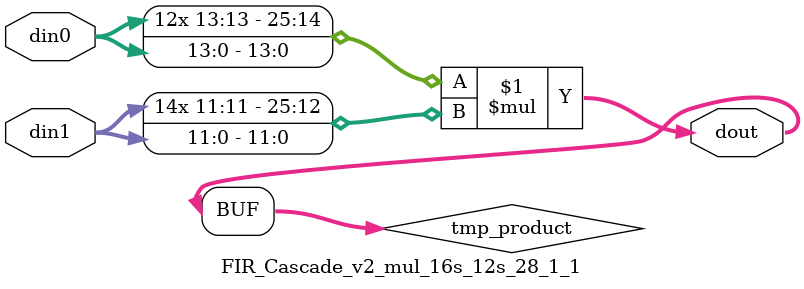
<source format=v>

`timescale 1 ns / 1 ps

 module FIR_Cascade_v2_mul_16s_12s_28_1_1(din0, din1, dout);
parameter ID = 1;
parameter NUM_STAGE = 0;
parameter din0_WIDTH = 14;
parameter din1_WIDTH = 12;
parameter dout_WIDTH = 26;

input [din0_WIDTH - 1 : 0] din0; 
input [din1_WIDTH - 1 : 0] din1; 
output [dout_WIDTH - 1 : 0] dout;

wire signed [dout_WIDTH - 1 : 0] tmp_product;



























assign tmp_product = $signed(din0) * $signed(din1);








assign dout = tmp_product;





















endmodule

</source>
